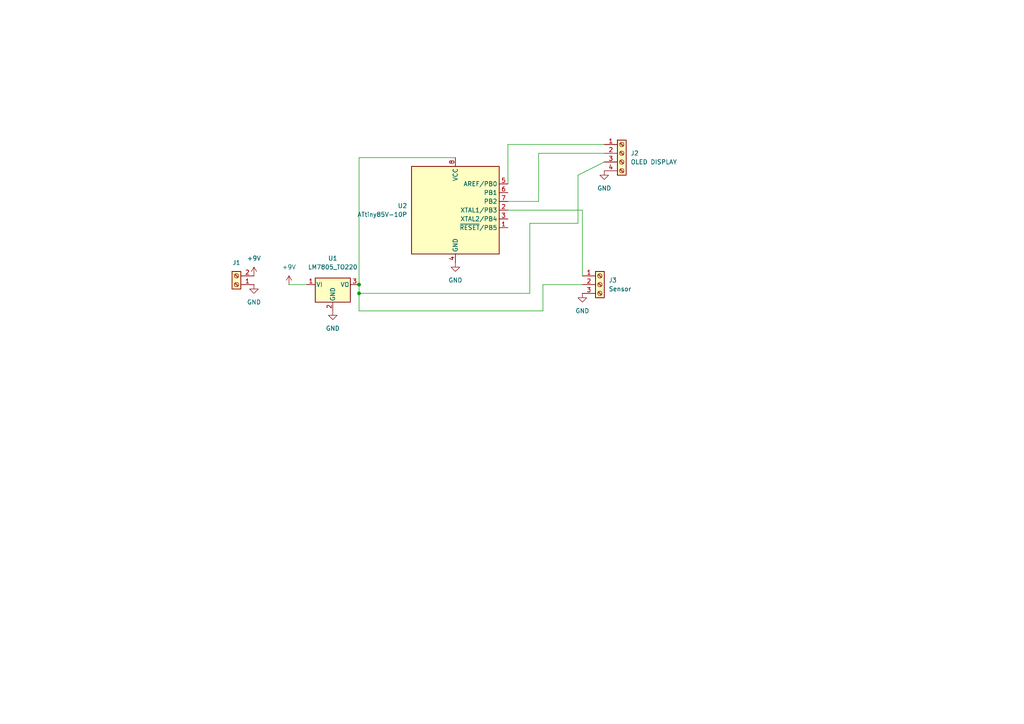
<source format=kicad_sch>
(kicad_sch (version 20211123) (generator eeschema)
  (paper "A4")
  (lib_symbols
    (symbol "Connector:Screw_Terminal_01x02" (pin_names (offset 1.016) hide)
      (property "Reference" "J" (at 0 2.54 0))
      (property "Value" "Screw_Terminal_01x02" (at 0 -5.08 0))
      (symbol "Screw_Terminal_01x02_1_1"
        (rectangle (start -1.27 1.27) (end 1.27 -3.81) (stroke (width 0.254)) (fill (type background)))
        (circle (center 0 -2.54) (radius 0.635) (stroke (width 0.1524)))
        (polyline (pts (xy -0.5334 -2.2098) (xy 0.3302 -3.048)) (stroke (width 0.1524)))
        (polyline (pts (xy -0.5334 0.3302) (xy 0.3302 -0.508)) (stroke (width 0.1524)))
        (polyline (pts (xy -0.3556 -2.032) (xy 0.508 -2.8702)) (stroke (width 0.1524)))
        (polyline (pts (xy -0.3556 0.508) (xy 0.508 -0.3302)) (stroke (width 0.1524)))
        (circle (center 0 0) (radius 0.635) (stroke (width 0.1524)))
        (pin passive line (at -5.08 0 0) (length 3.81) (name "Pin_1") (number "1"))
        (pin passive line (at -5.08 -2.54 0) (length 3.81) (name "Pin_2") (number "2"))
      )
    )
    (symbol "Connector:Screw_Terminal_01x03" (pin_names (offset 1.016) hide)
      (property "Reference" "J" (at 0 5.08 0))
      (property "Value" "Screw_Terminal_01x03" (at 0 -5.08 0))
      (symbol "Screw_Terminal_01x03_1_1"
        (rectangle (start -1.27 3.81) (end 1.27 -3.81) (stroke (width 0.254)) (fill (type background)))
        (circle (center 0 -2.54) (radius 0.635) (stroke (width 0.1524)))
        (polyline (pts (xy -0.5334 -2.2098) (xy 0.3302 -3.048)) (stroke (width 0.1524)))
        (polyline (pts (xy -0.5334 0.3302) (xy 0.3302 -0.508)) (stroke (width 0.1524)))
        (polyline (pts (xy -0.5334 2.8702) (xy 0.3302 2.032)) (stroke (width 0.1524)))
        (polyline (pts (xy -0.3556 -2.032) (xy 0.508 -2.8702)) (stroke (width 0.1524)))
        (polyline (pts (xy -0.3556 0.508) (xy 0.508 -0.3302)) (stroke (width 0.1524)))
        (polyline (pts (xy -0.3556 3.048) (xy 0.508 2.2098)) (stroke (width 0.1524)))
        (circle (center 0 0) (radius 0.635) (stroke (width 0.1524)))
        (circle (center 0 2.54) (radius 0.635) (stroke (width 0.1524)))
        (pin passive line (at -5.08 2.54 0) (length 3.81) (name "Pin_1") (number "1"))
        (pin passive line (at -5.08 0 0) (length 3.81) (name "Pin_2") (number "2"))
        (pin passive line (at -5.08 -2.54 0) (length 3.81) (name "Pin_3") (number "3"))
      )
    )
    (symbol "Connector:Screw_Terminal_01x04" (pin_names (offset 1.016) hide)
      (property "Reference" "J" (at 0 5.08 0))
      (property "Value" "Screw_Terminal_01x04" (at 0 -7.62 0))
      (symbol "Screw_Terminal_01x04_1_1"
        (rectangle (start -1.27 3.81) (end 1.27 -6.35) (stroke (width 0.254)) (fill (type background)))
        (circle (center 0 -5.08) (radius 0.635) (stroke (width 0.1524)))
        (circle (center 0 -2.54) (radius 0.635) (stroke (width 0.1524)))
        (polyline (pts (xy -0.5334 -4.7498) (xy 0.3302 -5.588)) (stroke (width 0.1524)))
        (polyline (pts (xy -0.5334 -2.2098) (xy 0.3302 -3.048)) (stroke (width 0.1524)))
        (polyline (pts (xy -0.5334 0.3302) (xy 0.3302 -0.508)) (stroke (width 0.1524)))
        (polyline (pts (xy -0.5334 2.8702) (xy 0.3302 2.032)) (stroke (width 0.1524)))
        (polyline (pts (xy -0.3556 -4.572) (xy 0.508 -5.4102)) (stroke (width 0.1524)))
        (polyline (pts (xy -0.3556 -2.032) (xy 0.508 -2.8702)) (stroke (width 0.1524)))
        (polyline (pts (xy -0.3556 0.508) (xy 0.508 -0.3302)) (stroke (width 0.1524)))
        (polyline (pts (xy -0.3556 3.048) (xy 0.508 2.2098)) (stroke (width 0.1524)))
        (circle (center 0 0) (radius 0.635) (stroke (width 0.1524)))
        (circle (center 0 2.54) (radius 0.635) (stroke (width 0.1524)))
        (pin passive line (at -5.08 2.54 0) (length 3.81) (name "Pin_1") (number "1"))
        (pin passive line (at -5.08 0 0) (length 3.81) (name "Pin_2") (number "2"))
        (pin passive line (at -5.08 -2.54 0) (length 3.81) (name "Pin_3") (number "3"))
        (pin passive line (at -5.08 -5.08 0) (length 3.81) (name "Pin_4") (number "4"))
      )
    )
    (symbol "MCU_Microchip_ATtiny:ATtiny85V-10P"
      (property "Reference" "U" (at -12.7 13.97 0))
      (property "Value" "ATtiny85V-10P" (at 2.54 -13.97 0))
      (symbol "ATtiny85V-10P_0_1"
        (rectangle (start -12.7 -12.7) (end 12.7 12.7) (stroke (width 0.254)) (fill (type background)))
      )
      (symbol "ATtiny85V-10P_1_1"
        (pin bidirectional line (at 15.24 -5.08 180) (length 2.54) (name "~{RESET}/PB5") (number "1"))
        (pin bidirectional line (at 15.24 0 180) (length 2.54) (name "XTAL1/PB3") (number "2"))
        (pin bidirectional line (at 15.24 -2.54 180) (length 2.54) (name "XTAL2/PB4") (number "3"))
        (pin power_in line (at 0 -15.24 90) (length 2.54) (name "GND") (number "4"))
        (pin bidirectional line (at 15.24 7.62 180) (length 2.54) (name "AREF/PB0") (number "5"))
        (pin bidirectional line (at 15.24 5.08 180) (length 2.54) (name "PB1") (number "6"))
        (pin bidirectional line (at 15.24 2.54 180) (length 2.54) (name "PB2") (number "7"))
        (pin power_in line (at 0 15.24 270) (length 2.54) (name "VCC") (number "8"))
      )
    )
    (symbol "Regulator_Linear:LM7805_TO220" (pin_names (offset 0.254))
      (property "Reference" "U" (at -3.81 3.175 0))
      (property "Value" "LM7805_TO220" (at 0 3.175 0))
      (symbol "LM7805_TO220_0_1"
        (rectangle (start -5.08 1.905) (end 5.08 -5.08) (stroke (width 0.254)) (fill (type background)))
      )
      (symbol "LM7805_TO220_1_1"
        (pin power_in line (at -7.62 0 0) (length 2.54) (name "VI") (number "1"))
        (pin power_in line (at 0 -7.62 90) (length 2.54) (name "GND") (number "2"))
        (pin power_out line (at 7.62 0 180) (length 2.54) (name "VO") (number "3"))
      )
    )
    (symbol "power:+9V" (power) (pin_names (offset 0))
      (property "Value" "+9V" (at 0 3.556 0))
      (symbol "+9V_0_1"
        (polyline (pts (xy -0.762 1.27) (xy 0 2.54)))
        (polyline (pts (xy 0 0) (xy 0 2.54)))
        (polyline (pts (xy 0 2.54) (xy 0.762 1.27)))
      )
      (symbol "+9V_1_1"
        (pin power_in line (at 0 0 90) (length 0) hide (name "+9V") (number "1"))
      )
    )
    (symbol "power:GND" (power) (pin_names (offset 0))
      (property "Value" "GND" (at 0 -3.81 0))
      (symbol "GND_0_1"
        (polyline (pts (xy 0 0) (xy 0 -1.27) (xy 1.27 -1.27) (xy 0 -2.54) (xy -1.27 -1.27) (xy 0 -1.27)))
      )
      (symbol "GND_1_1"
        (pin power_in line (at 0 0 270) (length 0) hide (name "GND") (number "1"))
      )
    )
  )
  (junction (at 104.14 85.09))
  (junction (at 104.14 82.55))
  (wire (pts (xy 167.64 50.8) (xy 167.64 64.77)))
  (wire (pts (xy 167.64 64.77) (xy 153.67 64.77)))
  (wire (pts (xy 153.67 85.09) (xy 104.14 85.09)))
  (wire (pts (xy 147.32 53.34) (xy 147.32 41.91)))
  (wire (pts (xy 156.21 44.45) (xy 156.21 58.42)))
  (wire (pts (xy 168.91 82.55) (xy 157.48 82.55)))
  (wire (pts (xy 156.21 58.42) (xy 147.32 58.42)))
  (wire (pts (xy 104.14 85.09) (xy 104.14 90.17)))
  (wire (pts (xy 153.67 64.77) (xy 153.67 85.09)))
  (wire (pts (xy 157.48 90.17) (xy 104.14 90.17)))
  (wire (pts (xy 104.14 45.72) (xy 132.08 45.72)))
  (wire (pts (xy 168.91 60.96) (xy 147.32 60.96)))
  (wire (pts (xy 83.82 82.55) (xy 88.9 82.55)))
  (wire (pts (xy 168.91 80.01) (xy 168.91 60.96)))
  (wire (pts (xy 147.32 41.91) (xy 175.26 41.91)))
  (wire (pts (xy 157.48 82.55) (xy 157.48 90.17)))
  (wire (pts (xy 104.14 82.55) (xy 104.14 85.09)))
  (wire (pts (xy 167.64 50.8) (xy 175.26 46.99)))
  (wire (pts (xy 104.14 45.72) (xy 104.14 82.55)))
  (wire (pts (xy 175.26 44.45) (xy 156.21 44.45)))
  (symbol (lib_id "Connector:Screw_Terminal_01x03") (at 173.99 82.55 0) (unit 1)
    (property "Reference" "J3" (at 176.53 81.2799 0) (effects (justify left)))
    (property "Value" "Sensor" (at 176.53 83.8199 0) (effects (justify left)))
    (property "Footprint" "TerminalBlock:TerminalBlock_bornier-3_P5.08mm" (effects hide))
  )
  (symbol (lib_id "power:+9V") (at 83.82 82.55 0) (unit 1)
    (property "Reference" "#PWR0103" (effects hide))
    (property "Value" "+9V" (at 83.82 77.47 0))
  )
  (symbol (lib_id "Connector:Screw_Terminal_01x04") (at 180.34 44.45 0) (unit 1)
    (property "Reference" "J2" (at 182.88 44.4499 0) (effects (justify left)))
    (property "Value" "OLED DISPLAY" (at 182.88 46.9899 0) (effects (justify left)))
    (property "Footprint" "Connector:FanPinHeader_1x04_P2.54mm_Vertical" (effects hide))
  )
  (symbol (lib_id "power:GND") (at 168.91 85.09 0) (unit 1)
    (property "Reference" "#PWR0105" (effects hide))
    (property "Value" "GND" (at 168.91 90.17 0))
  )
  (symbol (lib_id "power:GND") (at 73.66 82.55 0) (unit 1)
    (property "Reference" "#PWR0104" (effects hide))
    (property "Value" "GND" (at 73.66 87.63 0))
  )
  (symbol (lib_id "Regulator_Linear:LM7805_TO220") (at 96.52 82.55 0) (unit 1)
    (property "Reference" "U1" (at 96.52 74.93 0))
    (property "Value" "LM7805_TO220" (at 96.52 77.47 0))
    (property "Footprint" "Package_TO_SOT_THT:TO-220-3_Vertical" (effects hide))
    (property "Datasheet" "https://www.onsemi.cn/PowerSolutions/document/MC7800-D.PDF" (effects hide))
  )
  (symbol (lib_id "power:GND") (at 96.52 90.17 0) (unit 1)
    (property "Reference" "#PWR0101" (effects hide))
    (property "Value" "GND" (at 96.52 95.25 0))
  )
  (symbol (lib_id "power:GND") (at 132.08 76.2 0) (unit 1)
    (property "Reference" "#PWR0107" (effects hide))
    (property "Value" "GND" (at 132.08 81.28 0))
  )
  (symbol (lib_id "power:GND") (at 175.26 49.53 0) (unit 1)
    (property "Reference" "#PWR0106" (effects hide))
    (property "Value" "GND" (at 175.26 54.61 0))
  )
  (symbol (lib_id "power:+9V") (at 73.66 80.01 0) (unit 1)
    (property "Reference" "#PWR0102" (effects hide))
    (property "Value" "+9V" (at 73.66 74.93 0))
  )
  (symbol (lib_id "MCU_Microchip_ATtiny:ATtiny85V-10P") (at 132.08 60.96 0) (unit 1)
    (property "Reference" "U2" (at 118.11 59.6899 0) (effects (justify right)))
    (property "Value" "ATtiny85V-10P" (at 118.11 62.2299 0) (effects (justify right)))
    (property "Footprint" "Package_DIP:DIP-8_W7.62mm" (effects hide))
    (property "Datasheet" "http://ww1.microchip.com/downloads/en/DeviceDoc/atmel-2586-avr-8-bit-microcontroller-attiny25-attiny45-attiny85_datasheet.pdf" (effects hide))
  )
  (symbol (lib_id "Connector:Screw_Terminal_01x02") (at 68.58 82.55 180) (unit 1)
    (property "Reference" "J1" (at 68.58 76.2 0))
    (property "Value" " " (at 68.58 77.47 0))
    (property "Footprint" "TerminalBlock:TerminalBlock_bornier-2_P5.08mm" (effects hide))
  )
)
</source>
